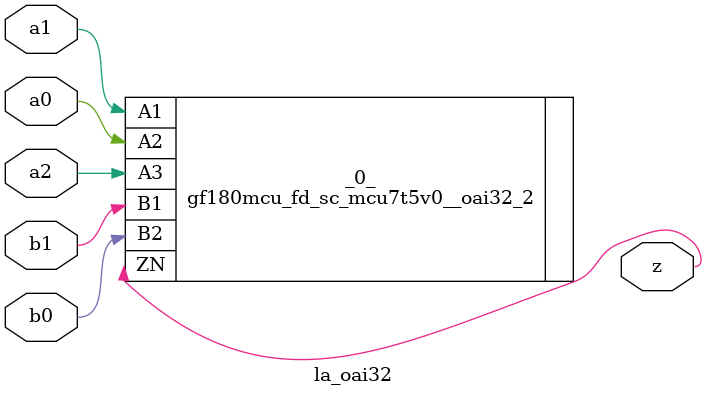
<source format=v>
/* Generated by Yosys 0.37 (git sha1 a5c7f69ed, clang 14.0.0-1ubuntu1.1 -fPIC -Os) */

module la_oai32(a0, a1, a2, b0, b1, z);
  input a0;
  wire a0;
  input a1;
  wire a1;
  input a2;
  wire a2;
  input b0;
  wire b0;
  input b1;
  wire b1;
  output z;
  wire z;
  gf180mcu_fd_sc_mcu7t5v0__oai32_2 _0_ (
    .A1(a1),
    .A2(a0),
    .A3(a2),
    .B1(b1),
    .B2(b0),
    .ZN(z)
  );
endmodule

</source>
